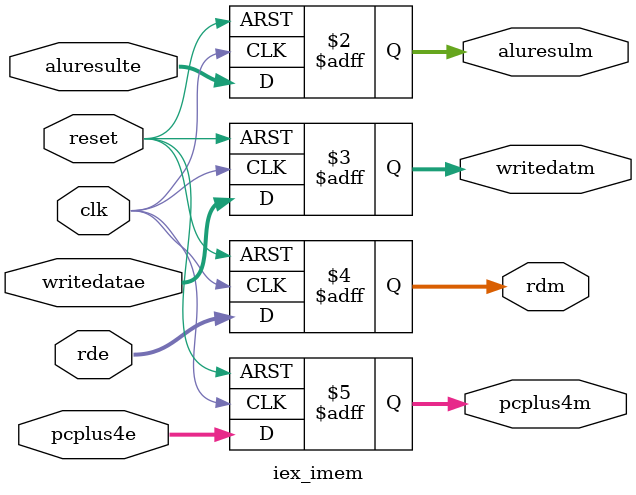
<source format=v>
module iex_imem(
  input             clk,
  input             reset,
  input      [31:0] aluresulte,
  input      [31:0] writedatae,
  input      [4:0]  rde,
  input      [31:0] pcplus4e,
  output reg [31:0] aluresulm,
  output reg [31:0] writedatm,
  output reg [4:0]  rdm,
  output reg [31:0] pcplus4m
);

  always @(posedge clk or posedge reset) begin
    if (reset) begin
      aluresulm   <= 0;
      writedatm   <= 0;
      rdm         <= 0;
      pcplus4m    <= 0;
    end else begin
      aluresulm   <= aluresulte;
      writedatm   <= writedatae;
      rdm         <= rde;
      pcplus4m    <= pcplus4e;
    end
  end

endmodule

</source>
